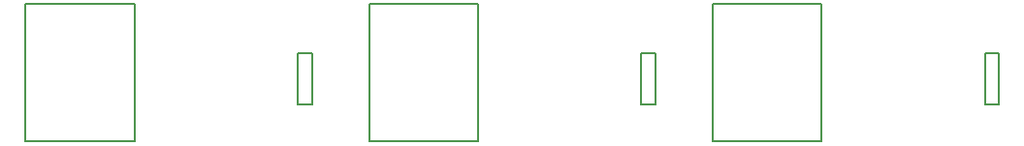
<source format=gbr>
G04 #@! TF.GenerationSoftware,KiCad,Pcbnew,5.0.1*
G04 #@! TF.CreationDate,2019-02-10T23:28:33+01:00*
G04 #@! TF.ProjectId,usbled,7573626C65642E6B696361645F706362,rev?*
G04 #@! TF.SameCoordinates,PX60c62b8PY5e94a58*
G04 #@! TF.FileFunction,Other,ECO2*
%FSLAX46Y46*%
G04 Gerber Fmt 4.6, Leading zero omitted, Abs format (unit mm)*
G04 Created by KiCad (PCBNEW 5.0.1) date Sun 10 Feb 2019 11:28:33 PM CET*
%MOMM*%
%LPD*%
G01*
G04 APERTURE LIST*
%ADD10C,0.200000*%
G04 APERTURE END LIST*
D10*
X60025000Y12175000D02*
X60025000Y175000D01*
X30025000Y12175000D02*
X30025000Y175000D01*
X85025000Y7925000D02*
X85025000Y3425000D01*
X55025000Y7925000D02*
X55025000Y3425000D01*
X83775000Y3425000D02*
X83775000Y7925000D01*
X53775000Y3425000D02*
X53775000Y7925000D01*
X69525000Y175000D02*
X69525000Y12175000D01*
X39525000Y175000D02*
X39525000Y12175000D01*
X69525000Y12175000D02*
X60025000Y12175000D01*
X39525000Y12175000D02*
X30025000Y12175000D01*
X85025000Y3425000D02*
X83775000Y3425000D01*
X55025000Y3425000D02*
X53775000Y3425000D01*
X60025000Y175000D02*
X69525000Y175000D01*
X30025000Y175000D02*
X39525000Y175000D01*
X83775000Y7925000D02*
X85025000Y7925000D01*
X53775000Y7925000D02*
X55025000Y7925000D01*
X23775000Y3425000D02*
X23775000Y7925000D01*
X25025000Y3425000D02*
X23775000Y3425000D01*
X25025000Y7925000D02*
X25025000Y3425000D01*
X23775000Y7925000D02*
X25025000Y7925000D01*
X9525000Y12175000D02*
X25000Y12175000D01*
X9525000Y175000D02*
X9525000Y12175000D01*
X25000Y175000D02*
X9525000Y175000D01*
X25000Y12175000D02*
X25000Y175000D01*
M02*

</source>
